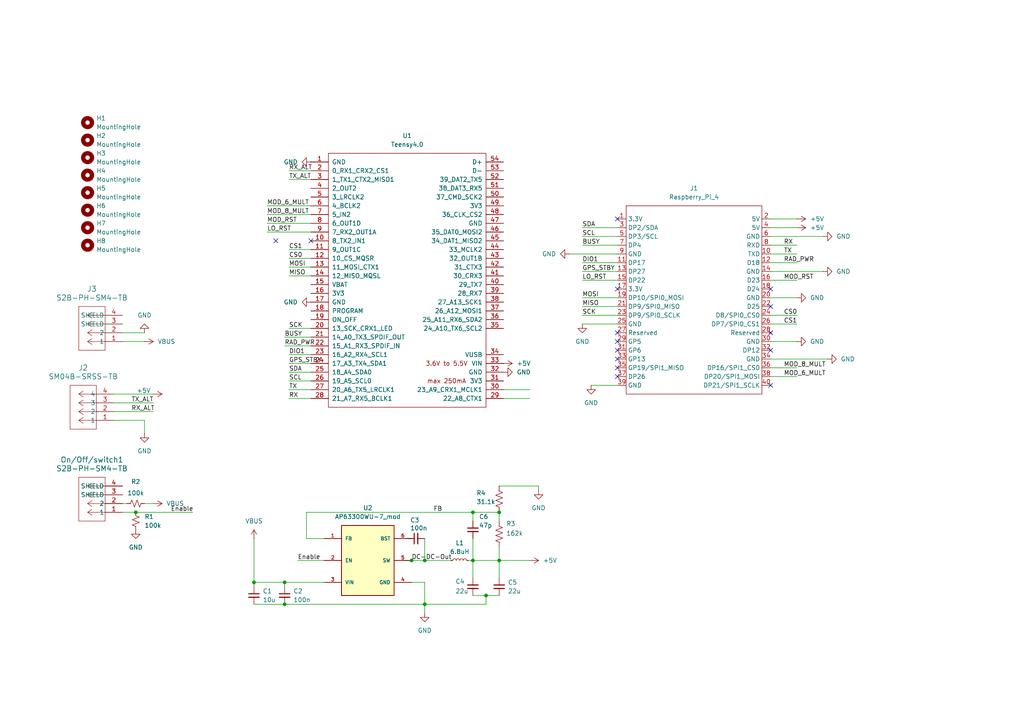
<source format=kicad_sch>
(kicad_sch (version 20231120) (generator "eeschema") (generator_version "8.0")
  (paper "A4")
  (lib_symbols
    (symbol "AP63300WU-7:AP63300WU-7_mod" (pin_names (offset 1.016))
      (property "Reference" "U4" (at 0 15.24 0))
      (property "Value" "AP63300WU-7_mod" (at 0 12.7 0))
      (symbol "AP63300WU-7_mod_0_0"
        (rectangle (start -7.62 -10.16) (end 7.62 10.16) (stroke (width 0.254)) (fill (type background)))
        (pin input line (at -12.7 6.35 0) (length 5.08) (name "FB") (number "1"))
        (pin input line (at -12.7 0 0) (length 5.08) (name "EN") (number "2"))
        (pin power_in line (at -12.7 -6.35 0) (length 5.08) (name "VIN") (number "3"))
        (pin power_in line (at 12.7 -6.35 180) (length 5.08) (name "GND") (number "4"))
        (pin output line (at 12.7 0 180) (length 5.08) (name "SW") (number "5"))
        (pin input line (at 12.7 6.35 180) (length 5.08) (name "BST") (number "6"))
      )
    )
    (symbol "Device:C_Small" (pin_numbers hide) (pin_names (offset 0.254) hide)
      (property "Reference" "C" (at 0.254 1.778 0))
      (property "Value" "C_Small" (at 0.254 -2.032 0))
      (symbol "C_Small_0_1"
        (polyline (pts (xy -1.524 -0.508) (xy 1.524 -0.508)) (stroke (width 0.3302)))
        (polyline (pts (xy -1.524 0.508) (xy 1.524 0.508)) (stroke (width 0.3048)))
      )
      (symbol "C_Small_1_1"
        (pin passive line (at 0 2.54 270) (length 2.032) (name "~") (number "1"))
        (pin passive line (at 0 -2.54 90) (length 2.032) (name "~") (number "2"))
      )
    )
    (symbol "Device:L_Small" (pin_numbers hide) (pin_names (offset 0.254) hide)
      (property "Reference" "L" (at 0.762 1.016 0))
      (property "Value" "L_Small" (at 0.762 -1.016 0))
      (symbol "L_Small_0_1"
        (arc (start 0 -2.032) (mid 0.5058 -1.524) (end 0 -1.016))
        (arc (start 0 -1.016) (mid 0.5058 -0.508) (end 0 0))
        (arc (start 0 0) (mid 0.5058 0.508) (end 0 1.016))
        (arc (start 0 1.016) (mid 0.5058 1.524) (end 0 2.032))
      )
      (symbol "L_Small_1_1"
        (pin passive line (at 0 2.54 270) (length 0.508) (name "~") (number "1"))
        (pin passive line (at 0 -2.54 90) (length 0.508) (name "~") (number "2"))
      )
    )
    (symbol "Device:R_Small_US" (pin_numbers hide) (pin_names (offset 0.254) hide)
      (property "Reference" "R" (at 0.762 0.508 0))
      (property "Value" "R_Small_US" (at 0.762 -1.016 0))
      (symbol "R_Small_US_1_1"
        (polyline (pts (xy 0 0) (xy 1.016 -0.381) (xy 0 -0.762) (xy -1.016 -1.143) (xy 0 -1.524)))
        (polyline (pts (xy 0 1.524) (xy 1.016 1.143) (xy 0 0.762) (xy -1.016 0.381) (xy 0 0)))
        (pin passive line (at 0 2.54 270) (length 1.016) (name "~") (number "1"))
        (pin passive line (at 0 -2.54 90) (length 1.016) (name "~") (number "2"))
      )
    )
    (symbol "Device:R_US" (pin_numbers hide) (pin_names (offset 0))
      (property "Reference" "R" (at 2.54 0 90))
      (property "Value" "R_US" (at -2.54 0 90))
      (symbol "R_US_0_1"
        (polyline (pts (xy 0 -2.286) (xy 0 -2.54)))
        (polyline (pts (xy 0 2.286) (xy 0 2.54)))
        (polyline (pts (xy 0 -0.762) (xy 1.016 -1.143) (xy 0 -1.524) (xy -1.016 -1.905) (xy 0 -2.286)))
        (polyline (pts (xy 0 0.762) (xy 1.016 0.381) (xy 0 0) (xy -1.016 -0.381) (xy 0 -0.762)))
        (polyline (pts (xy 0 2.286) (xy 1.016 1.905) (xy 0 1.524) (xy -1.016 1.143) (xy 0 0.762)))
      )
      (symbol "R_US_1_1"
        (pin passive line (at 0 3.81 270) (length 1.27) (name "~") (number "1"))
        (pin passive line (at 0 -3.81 90) (length 1.27) (name "~") (number "2"))
      )
    )
    (symbol "JST PH 2pin:S2B-PH-SM4-TB" (pin_names (offset 0.254))
      (property "Reference" "J" (at 8.89 6.35 0))
      (property "Value" "S2B-PH-SM4-TB" (at 0 0 0))
      (symbol "S2B-PH-SM4-TB_1_1"
        (polyline (pts (xy 5.08 -10.16) (xy 12.7 -10.16)) (stroke (width 0.127)))
        (polyline (pts (xy 5.08 2.54) (xy 5.08 -10.16)) (stroke (width 0.127)))
        (polyline (pts (xy 10.16 -7.62) (xy 5.08 -7.62)) (stroke (width 0.127)))
        (polyline (pts (xy 10.16 -7.62) (xy 8.89 -8.4667)) (stroke (width 0.127)))
        (polyline (pts (xy 10.16 -7.62) (xy 8.89 -6.7733)) (stroke (width 0.127)))
        (polyline (pts (xy 10.16 -5.08) (xy 5.08 -5.08)) (stroke (width 0.127)))
        (polyline (pts (xy 10.16 -5.08) (xy 8.89 -5.9267)) (stroke (width 0.127)))
        (polyline (pts (xy 10.16 -5.08) (xy 8.89 -4.2333)) (stroke (width 0.127)))
        (polyline (pts (xy 10.16 -2.54) (xy 5.08 -2.54)) (stroke (width 0.127)))
        (polyline (pts (xy 10.16 -2.54) (xy 8.89 -3.3867)) (stroke (width 0.127)))
        (polyline (pts (xy 10.16 -2.54) (xy 8.89 -1.6933)) (stroke (width 0.127)))
        (polyline (pts (xy 10.16 0) (xy 5.08 0)) (stroke (width 0.127)))
        (polyline (pts (xy 10.16 0) (xy 8.89 -0.8467)) (stroke (width 0.127)))
        (polyline (pts (xy 10.16 0) (xy 8.89 0.8467)) (stroke (width 0.127)))
        (polyline (pts (xy 12.7 -10.16) (xy 12.7 2.54)) (stroke (width 0.127)))
        (polyline (pts (xy 12.7 2.54) (xy 5.08 2.54)) (stroke (width 0.127)))
        (pin unspecified line (at 0 0 0) (length 5.08) (name "1") (number "1"))
        (pin unspecified line (at 0 -2.54 0) (length 5.08) (name "2") (number "2"))
        (pin unspecified line (at 0 -5.08 0) (length 5.08) (name "SHIELD") (number "3"))
        (pin unspecified line (at 0 -7.62 0) (length 5.08) (name "SHIELD") (number "4"))
      )
      (symbol "S2B-PH-SM4-TB_1_2"
        (polyline (pts (xy 5.08 -10.16) (xy 12.7 -10.16)) (stroke (width 0.127)))
        (polyline (pts (xy 5.08 2.54) (xy 5.08 -10.16)) (stroke (width 0.127)))
        (polyline (pts (xy 7.62 -7.62) (xy 5.08 -7.62)) (stroke (width 0.127)))
        (polyline (pts (xy 7.62 -7.62) (xy 8.89 -8.4667)) (stroke (width 0.127)))
        (polyline (pts (xy 7.62 -7.62) (xy 8.89 -6.7733)) (stroke (width 0.127)))
        (polyline (pts (xy 7.62 -5.08) (xy 5.08 -5.08)) (stroke (width 0.127)))
        (polyline (pts (xy 7.62 -5.08) (xy 8.89 -5.9267)) (stroke (width 0.127)))
        (polyline (pts (xy 7.62 -5.08) (xy 8.89 -4.2333)) (stroke (width 0.127)))
        (polyline (pts (xy 7.62 -2.54) (xy 5.08 -2.54)) (stroke (width 0.127)))
        (polyline (pts (xy 7.62 -2.54) (xy 8.89 -3.3867)) (stroke (width 0.127)))
        (polyline (pts (xy 7.62 -2.54) (xy 8.89 -1.6933)) (stroke (width 0.127)))
        (polyline (pts (xy 7.62 0) (xy 5.08 0)) (stroke (width 0.127)))
        (polyline (pts (xy 7.62 0) (xy 8.89 -0.8467)) (stroke (width 0.127)))
        (polyline (pts (xy 7.62 0) (xy 8.89 0.8467)) (stroke (width 0.127)))
        (polyline (pts (xy 12.7 -10.16) (xy 12.7 2.54)) (stroke (width 0.127)))
        (polyline (pts (xy 12.7 2.54) (xy 5.08 2.54)) (stroke (width 0.127)))
        (pin unspecified line (at 0 0 0) (length 5.08) (name "1") (number "1"))
        (pin unspecified line (at 0 -2.54 0) (length 5.08) (name "2") (number "2"))
        (pin unspecified line (at 0 -5.08 0) (length 5.08) (name "SHIELD") (number "3"))
        (pin unspecified line (at 0 -7.62 0) (length 5.08) (name "SHIELD") (number "4"))
      )
    )
    (symbol "JST SH 4pin:SM04B-SRSS-TB" (pin_names (offset 0.254))
      (property "Reference" "J" (at 8.89 6.35 0))
      (property "Value" "SM04B-SRSS-TB" (at 0 0 0))
      (symbol "SM04B-SRSS-TB_1_1"
        (polyline (pts (xy 5.08 -10.16) (xy 12.7 -10.16)) (stroke (width 0.127)))
        (polyline (pts (xy 5.08 2.54) (xy 5.08 -10.16)) (stroke (width 0.127)))
        (polyline (pts (xy 10.16 -7.62) (xy 5.08 -7.62)) (stroke (width 0.127)))
        (polyline (pts (xy 10.16 -7.62) (xy 8.89 -8.4667)) (stroke (width 0.127)))
        (polyline (pts (xy 10.16 -7.62) (xy 8.89 -6.7733)) (stroke (width 0.127)))
        (polyline (pts (xy 10.16 -5.08) (xy 5.08 -5.08)) (stroke (width 0.127)))
        (polyline (pts (xy 10.16 -5.08) (xy 8.89 -5.9267)) (stroke (width 0.127)))
        (polyline (pts (xy 10.16 -5.08) (xy 8.89 -4.2333)) (stroke (width 0.127)))
        (polyline (pts (xy 10.16 -2.54) (xy 5.08 -2.54)) (stroke (width 0.127)))
        (polyline (pts (xy 10.16 -2.54) (xy 8.89 -3.3867)) (stroke (width 0.127)))
        (polyline (pts (xy 10.16 -2.54) (xy 8.89 -1.6933)) (stroke (width 0.127)))
        (polyline (pts (xy 10.16 0) (xy 5.08 0)) (stroke (width 0.127)))
        (polyline (pts (xy 10.16 0) (xy 8.89 -0.8467)) (stroke (width 0.127)))
        (polyline (pts (xy 10.16 0) (xy 8.89 0.8467)) (stroke (width 0.127)))
        (polyline (pts (xy 12.7 -10.16) (xy 12.7 2.54)) (stroke (width 0.127)))
        (polyline (pts (xy 12.7 2.54) (xy 5.08 2.54)) (stroke (width 0.127)))
        (pin unspecified line (at 0 0 0) (length 5.08) (name "1") (number "1"))
        (pin unspecified line (at 0 -2.54 0) (length 5.08) (name "2") (number "2"))
        (pin unspecified line (at 0 -5.08 0) (length 5.08) (name "3") (number "3"))
        (pin unspecified line (at 0 -7.62 0) (length 5.08) (name "4") (number "4"))
      )
      (symbol "SM04B-SRSS-TB_1_2"
        (polyline (pts (xy 5.08 -10.16) (xy 12.7 -10.16)) (stroke (width 0.127)))
        (polyline (pts (xy 5.08 2.54) (xy 5.08 -10.16)) (stroke (width 0.127)))
        (polyline (pts (xy 7.62 -7.62) (xy 5.08 -7.62)) (stroke (width 0.127)))
        (polyline (pts (xy 7.62 -7.62) (xy 8.89 -8.4667)) (stroke (width 0.127)))
        (polyline (pts (xy 7.62 -7.62) (xy 8.89 -6.7733)) (stroke (width 0.127)))
        (polyline (pts (xy 7.62 -5.08) (xy 5.08 -5.08)) (stroke (width 0.127)))
        (polyline (pts (xy 7.62 -5.08) (xy 8.89 -5.9267)) (stroke (width 0.127)))
        (polyline (pts (xy 7.62 -5.08) (xy 8.89 -4.2333)) (stroke (width 0.127)))
        (polyline (pts (xy 7.62 -2.54) (xy 5.08 -2.54)) (stroke (width 0.127)))
        (polyline (pts (xy 7.62 -2.54) (xy 8.89 -3.3867)) (stroke (width 0.127)))
        (polyline (pts (xy 7.62 -2.54) (xy 8.89 -1.6933)) (stroke (width 0.127)))
        (polyline (pts (xy 7.62 0) (xy 5.08 0)) (stroke (width 0.127)))
        (polyline (pts (xy 7.62 0) (xy 8.89 -0.8467)) (stroke (width 0.127)))
        (polyline (pts (xy 7.62 0) (xy 8.89 0.8467)) (stroke (width 0.127)))
        (polyline (pts (xy 12.7 -10.16) (xy 12.7 2.54)) (stroke (width 0.127)))
        (polyline (pts (xy 12.7 2.54) (xy 5.08 2.54)) (stroke (width 0.127)))
        (pin unspecified line (at 0 0 0) (length 5.08) (name "1") (number "1"))
        (pin unspecified line (at 0 -2.54 0) (length 5.08) (name "2") (number "2"))
        (pin unspecified line (at 0 -5.08 0) (length 5.08) (name "3") (number "3"))
        (pin unspecified line (at 0 -7.62 0) (length 5.08) (name "4") (number "4"))
      )
    )
    (symbol "Mechanical:MountingHole" (pin_names (offset 1.016)) (exclude_from_sim yes) (in_bom no)
      (property "Reference" "H" (at 0 5.08 0))
      (property "Value" "MountingHole" (at 0 3.175 0))
      (symbol "MountingHole_0_1"
        (circle (center 0 0) (radius 1.27) (stroke (width 1.27)))
      )
    )
    (symbol "PI4:Raspberry_Pi_4_headers"
      (property "Reference" "J1" (at 0.635 34.29 0))
      (property "Value" "Raspberry_Pi_4" (at 0.635 31.75 0))
      (symbol "Raspberry_Pi_4_headers_0_1"
        (rectangle (start -19.05 29.21) (end 20.32 -25.4))
      )
      (symbol "Raspberry_Pi_4_headers_1_1"
        (pin power_in line (at -21.59 25.4 0) (length 2.54) (name "3.3V") (number "1"))
        (pin bidirectional line (at 22.86 15.24 180) (length 2.54) (name "TXD") (number "10"))
        (pin bidirectional line (at -21.59 12.7 0) (length 2.54) (name "DP17") (number "11"))
        (pin bidirectional line (at 22.86 12.7 180) (length 2.54) (name "D18") (number "12"))
        (pin bidirectional line (at -21.59 10.16 0) (length 2.54) (name "DP27") (number "13"))
        (pin power_in line (at 22.86 10.16 180) (length 2.54) (name "GND") (number "14"))
        (pin bidirectional line (at -21.59 7.62 0) (length 2.54) (name "DP22") (number "15"))
        (pin bidirectional line (at 22.86 7.62 180) (length 2.54) (name "D23") (number "16"))
        (pin power_in line (at -21.59 5.08 0) (length 2.54) (name "3.3V") (number "17"))
        (pin bidirectional line (at 22.86 5.08 180) (length 2.54) (name "D24") (number "18"))
        (pin bidirectional line (at -21.59 2.54 0) (length 2.54) (name "DP10/SPI0_MOSI") (number "19"))
        (pin power_in line (at 22.86 25.4 180) (length 2.54) (name "5V") (number "2"))
        (pin power_in line (at 22.86 2.54 180) (length 2.54) (name "GND") (number "20"))
        (pin bidirectional line (at -21.59 0 0) (length 2.54) (name "DP9/SPI0_MISO") (number "21"))
        (pin bidirectional line (at 22.86 0 180) (length 2.54) (name "D25") (number "22"))
        (pin bidirectional line (at -21.59 -2.54 0) (length 2.54) (name "DP9/SPI0_SCLK") (number "23"))
        (pin bidirectional line (at 22.86 -2.54 180) (length 2.54) (name "D8/SPI0_CS0") (number "24"))
        (pin power_in line (at -21.59 -5.08 0) (length 2.54) (name "GND") (number "25"))
        (pin bidirectional line (at 22.86 -5.08 180) (length 2.54) (name "DP7/SPI0_CS1") (number "26"))
        (pin bidirectional line (at -21.59 -7.62 0) (length 2.54) (name "Reserved") (number "27"))
        (pin no_connect line (at 22.86 -7.62 180) (length 2.54) (name "Reserved") (number "28"))
        (pin bidirectional line (at -21.59 -10.16 0) (length 2.54) (name "GP5") (number "29"))
        (pin bidirectional line (at -21.59 22.86 0) (length 2.54) (name "DP2/SDA") (number "3"))
        (pin power_in line (at 22.86 -10.16 180) (length 2.54) (name "GND") (number "30"))
        (pin bidirectional line (at -21.59 -12.7 0) (length 2.54) (name "GP6") (number "31"))
        (pin bidirectional line (at 22.86 -12.7 180) (length 2.54) (name "DP12") (number "32"))
        (pin bidirectional line (at -21.59 -15.24 0) (length 2.54) (name "GP13") (number "33"))
        (pin power_in line (at 22.86 -15.24 180) (length 2.54) (name "GND") (number "34"))
        (pin bidirectional line (at -21.59 -17.78 0) (length 2.54) (name "GP19/SPI1_MISO") (number "35"))
        (pin bidirectional line (at 22.86 -17.78 180) (length 2.54) (name "DP16/SPI1_CS0") (number "36"))
        (pin bidirectional line (at -21.59 -20.32 0) (length 2.54) (name "DP26") (number "37"))
        (pin bidirectional line (at 22.86 -20.32 180) (length 2.54) (name "DP20/SPI1_MOSI") (number "38"))
        (pin bidirectional line (at -21.59 -22.86 0) (length 2.54) (name "GND") (number "39"))
        (pin power_in line (at 22.86 22.86 180) (length 2.54) (name "5V") (number "4"))
        (pin bidirectional line (at 22.86 -22.86 180) (length 2.54) (name "DP21/SPI1_SCLK") (number "40"))
        (pin bidirectional line (at -21.59 20.32 0) (length 2.54) (name "DP3/SCL") (number "5"))
        (pin power_in line (at 22.86 20.32 180) (length 2.54) (name "GND") (number "6"))
        (pin bidirectional line (at -21.59 17.78 0) (length 2.54) (name "DP4") (number "7"))
        (pin bidirectional line (at 22.86 17.78 180) (length 2.54) (name "RXD") (number "8"))
        (pin power_in line (at -21.59 15.24 0) (length 2.54) (name "GND") (number "9"))
      )
    )
    (symbol "power:+5V" (power) (pin_numbers hide) (pin_names (offset 0) hide)
      (property "Value" "+5V" (at 0 3.556 0))
      (symbol "+5V_0_1"
        (polyline (pts (xy -0.762 1.27) (xy 0 2.54)))
        (polyline (pts (xy 0 0) (xy 0 2.54)))
        (polyline (pts (xy 0 2.54) (xy 0.762 1.27)))
      )
      (symbol "+5V_1_1"
        (pin power_in line (at 0 0 90) (length 0) (name "~") (number "1"))
      )
    )
    (symbol "power:GND" (power) (pin_numbers hide) (pin_names (offset 0) hide)
      (property "Value" "GND" (at 0 -3.81 0))
      (symbol "GND_0_1"
        (polyline (pts (xy 0 0) (xy 0 -1.27) (xy 1.27 -1.27) (xy 0 -2.54) (xy -1.27 -1.27) (xy 0 -1.27)))
      )
      (symbol "GND_1_1"
        (pin power_in line (at 0 0 270) (length 0) (name "~") (number "1"))
      )
    )
    (symbol "power:VBUS" (power) (pin_numbers hide) (pin_names (offset 0) hide)
      (property "Value" "VBUS" (at 0 3.556 0))
      (symbol "VBUS_0_1"
        (polyline (pts (xy -0.762 1.27) (xy 0 2.54)))
        (polyline (pts (xy 0 0) (xy 0 2.54)))
        (polyline (pts (xy 0 2.54) (xy 0.762 1.27)))
      )
      (symbol "VBUS_1_1"
        (pin power_in line (at 0 0 90) (length 0) (name "~") (number "1"))
      )
    )
    (symbol "teensy:Teensy4.0" (pin_names (offset 1.016))
      (property "Reference" "U" (at 0 39.37 0))
      (property "Value" "Teensy4.0" (at 0 -39.37 0))
      (symbol "Teensy4.0_0_0"
        (text "3.6V to 5.5V" (at 11.43 -24.13 0) (effects (font (size 1.27 1.27))))
        (text "max 250mA" (at 11.43 -29.21 0) (effects (font (size 1.27 1.27))))
        (pin bidirectional line (at -27.94 11.43 0) (length 5.08) (name "8_TX2_IN1") (number "10"))
        (pin bidirectional line (at -27.94 8.89 0) (length 5.08) (name "9_OUT1C") (number "11"))
        (pin bidirectional line (at -27.94 6.35 0) (length 5.08) (name "10_CS_MQSR") (number "12"))
        (pin bidirectional line (at -27.94 3.81 0) (length 5.08) (name "11_MOSI_CTX1") (number "13"))
        (pin bidirectional line (at -27.94 1.27 0) (length 5.08) (name "12_MISO_MQSL") (number "14"))
        (pin power_in line (at -27.94 -1.27 0) (length 5.08) (name "VBAT") (number "15"))
        (pin power_in line (at -27.94 -3.81 0) (length 5.08) (name "3V3") (number "16"))
        (pin power_in line (at -27.94 -6.35 0) (length 5.08) (name "GND") (number "17"))
        (pin input line (at -27.94 -8.89 0) (length 5.08) (name "PROGRAM") (number "18"))
        (pin input line (at -27.94 -11.43 0) (length 5.08) (name "ON_OFF") (number "19"))
        (pin bidirectional line (at -27.94 -13.97 0) (length 5.08) (name "13_SCK_CRX1_LED") (number "20"))
        (pin bidirectional line (at -27.94 -16.51 0) (length 5.08) (name "14_A0_TX3_SPDIF_OUT") (number "21"))
        (pin bidirectional line (at -27.94 -19.05 0) (length 5.08) (name "15_A1_RX3_SPDIF_IN") (number "22"))
        (pin bidirectional line (at -27.94 -21.59 0) (length 5.08) (name "16_A2_RX4_SCL1") (number "23"))
        (pin bidirectional line (at -27.94 -24.13 0) (length 5.08) (name "17_A3_TX4_SDA1") (number "24"))
        (pin bidirectional line (at -27.94 -26.67 0) (length 5.08) (name "18_A4_SDA0") (number "25"))
        (pin bidirectional line (at -27.94 -29.21 0) (length 5.08) (name "19_A5_SCL0") (number "26"))
        (pin bidirectional line (at -27.94 -31.75 0) (length 5.08) (name "20_A6_TX5_LRCLK1") (number "27"))
        (pin bidirectional line (at -27.94 -34.29 0) (length 5.08) (name "21_A7_RX5_BCLK1") (number "28"))
        (pin bidirectional line (at 27.94 -34.29 180) (length 5.08) (name "22_A8_CTX1") (number "29"))
        (pin bidirectional line (at 27.94 -31.75 180) (length 5.08) (name "23_A9_CRX1_MCLK1") (number "30"))
        (pin power_out line (at 27.94 -29.21 180) (length 5.08) (name "3V3") (number "31"))
        (pin power_in line (at 27.94 -26.67 180) (length 5.08) (name "GND") (number "32"))
        (pin power_in line (at 27.94 -24.13 180) (length 5.08) (name "VIN") (number "33"))
        (pin power_out line (at 27.94 -21.59 180) (length 5.08) (name "VUSB") (number "34"))
        (pin bidirectional line (at 27.94 -13.97 180) (length 5.08) (name "24_A10_TX6_SCL2") (number "35"))
        (pin bidirectional line (at 27.94 -11.43 180) (length 5.08) (name "25_A11_RX6_SDA2") (number "36"))
        (pin bidirectional line (at 27.94 -8.89 180) (length 5.08) (name "26_A12_MOSI1") (number "37"))
        (pin bidirectional line (at 27.94 -6.35 180) (length 5.08) (name "27_A13_SCK1") (number "38"))
        (pin bidirectional line (at 27.94 -3.81 180) (length 5.08) (name "28_RX7") (number "39"))
        (pin bidirectional line (at 27.94 -1.27 180) (length 5.08) (name "29_TX7") (number "40"))
        (pin bidirectional line (at 27.94 1.27 180) (length 5.08) (name "30_CRX3") (number "41"))
        (pin bidirectional line (at 27.94 3.81 180) (length 5.08) (name "31_CTX3") (number "42"))
        (pin bidirectional line (at 27.94 6.35 180) (length 5.08) (name "32_OUT1B") (number "43"))
        (pin bidirectional line (at 27.94 8.89 180) (length 5.08) (name "33_MCLK2") (number "44"))
        (pin bidirectional line (at 27.94 11.43 180) (length 5.08) (name "34_DAT1_MISO2") (number "45"))
        (pin bidirectional line (at 27.94 13.97 180) (length 5.08) (name "35_DAT0_MOSI2") (number "46"))
        (pin power_out line (at 27.94 16.51 180) (length 5.08) (name "GND") (number "47"))
        (pin bidirectional line (at 27.94 19.05 180) (length 5.08) (name "36_CLK_CS2") (number "48"))
        (pin power_out line (at 27.94 21.59 180) (length 5.08) (name "3V3") (number "49"))
        (pin bidirectional line (at -27.94 24.13 0) (length 5.08) (name "3_LRCLK2") (number "5"))
        (pin bidirectional line (at 27.94 24.13 180) (length 5.08) (name "37_CMD_SCK2") (number "50"))
        (pin bidirectional line (at 27.94 26.67 180) (length 5.08) (name "38_DAT3_RX5") (number "51"))
        (pin bidirectional line (at 27.94 29.21 180) (length 5.08) (name "39_DAT2_TX5") (number "52"))
        (pin bidirectional line (at 27.94 31.75 180) (length 5.08) (name "D-") (number "53"))
        (pin bidirectional line (at 27.94 34.29 180) (length 5.08) (name "D+") (number "54"))
        (pin bidirectional line (at -27.94 21.59 0) (length 5.08) (name "4_BCLK2") (number "6"))
        (pin bidirectional line (at -27.94 19.05 0) (length 5.08) (name "5_IN2") (number "7"))
        (pin bidirectional line (at -27.94 16.51 0) (length 5.08) (name "6_OUT1D") (number "8"))
        (pin bidirectional line (at -27.94 13.97 0) (length 5.08) (name "7_RX2_OUT1A") (number "9"))
      )
      (symbol "Teensy4.0_0_1"
        (rectangle (start -22.86 36.83) (end 22.86 -36.83))
        (rectangle (start -20.32 -31.75) (end -20.32 -31.75))
      )
      (symbol "Teensy4.0_1_1"
        (pin power_in line (at -27.94 34.29 0) (length 5.08) (name "GND") (number "1"))
        (pin bidirectional line (at -27.94 31.75 0) (length 5.08) (name "0_RX1_CRX2_CS1") (number "2"))
        (pin bidirectional line (at -27.94 29.21 0) (length 5.08) (name "1_TX1_CTX2_MISO1") (number "3"))
        (pin bidirectional line (at -27.94 26.67 0) (length 5.08) (name "2_OUT2") (number "4"))
      )
    )
  )
  (junction (at 82.55 175.26))
  (junction (at 144.78 148.59))
  (junction (at 123.19 175.26))
  (junction (at 137.16 148.59))
  (junction (at 82.55 168.91))
  (junction (at 73.66 168.91))
  (junction (at 39.37 148.59))
  (junction (at 137.16 162.56))
  (junction (at 140.97 172.72))
  (junction (at 119.38 162.56))
  (junction (at 123.19 162.56))
  (junction (at 144.78 162.56))
  (no_connect (at 179.07 63.5))
  (no_connect (at 179.07 96.52))
  (no_connect (at 179.07 104.14))
  (no_connect (at 90.17 69.85))
  (no_connect (at 179.07 106.68))
  (no_connect (at 223.52 96.52))
  (no_connect (at 179.07 109.22))
  (no_connect (at 223.52 101.6))
  (no_connect (at 179.07 83.82))
  (no_connect (at 223.52 83.82))
  (no_connect (at 223.52 88.9))
  (no_connect (at 179.07 99.06))
  (no_connect (at 223.52 111.76))
  (no_connect (at 179.07 101.6))
  (no_connect (at 80.01 69.85))
  (wire (pts (xy 83.82 77.47) (xy 90.17 77.47)))
  (wire (pts (xy 83.82 80.01) (xy 90.17 80.01)))
  (wire (pts (xy 123.19 168.91) (xy 119.38 168.91)))
  (wire (pts (xy 223.52 106.68) (xy 231.14 106.68)))
  (wire (pts (xy 123.19 175.26) (xy 123.19 168.91)))
  (wire (pts (xy 83.82 52.07) (xy 90.17 52.07)))
  (wire (pts (xy 168.91 91.44) (xy 179.07 91.44)))
  (wire (pts (xy 83.82 105.41) (xy 90.17 105.41)))
  (wire (pts (xy 35.56 96.52) (xy 41.91 96.52)))
  (wire (pts (xy 83.82 95.25) (xy 90.17 95.25)))
  (wire (pts (xy 223.52 86.36) (xy 231.14 86.36)))
  (wire (pts (xy 83.82 102.87) (xy 90.17 102.87)))
  (wire (pts (xy 223.52 91.44) (xy 231.14 91.44)))
  (wire (pts (xy 168.91 93.98) (xy 179.07 93.98)))
  (wire (pts (xy 168.91 66.04) (xy 179.07 66.04)))
  (wire (pts (xy 137.16 148.59) (xy 137.16 151.13)))
  (wire (pts (xy 144.78 162.56) (xy 153.67 162.56)))
  (wire (pts (xy 33.02 116.84) (xy 44.45 116.84)))
  (wire (pts (xy 33.02 114.3) (xy 44.45 114.3)))
  (wire (pts (xy 137.16 148.59) (xy 144.78 148.59)))
  (wire (pts (xy 77.47 67.31) (xy 90.17 67.31)))
  (wire (pts (xy 223.52 78.74) (xy 238.76 78.74)))
  (wire (pts (xy 223.52 109.22) (xy 231.14 109.22)))
  (wire (pts (xy 77.47 59.69) (xy 90.17 59.69)))
  (wire (pts (xy 83.82 49.53) (xy 90.17 49.53)))
  (wire (pts (xy 82.55 175.26) (xy 123.19 175.26)))
  (wire (pts (xy 223.52 68.58) (xy 238.76 68.58)))
  (wire (pts (xy 33.02 119.38) (xy 44.45 119.38)))
  (wire (pts (xy 146.05 115.57) (xy 153.67 115.57)))
  (wire (pts (xy 223.52 81.28) (xy 231.14 81.28)))
  (wire (pts (xy 82.55 100.33) (xy 90.17 100.33)))
  (wire (pts (xy 83.82 113.03) (xy 90.17 113.03)))
  (wire (pts (xy 77.47 62.23) (xy 90.17 62.23)))
  (wire (pts (xy 39.37 148.59) (xy 55.88 148.59)))
  (wire (pts (xy 168.91 78.74) (xy 179.07 78.74)))
  (wire (pts (xy 82.55 97.79) (xy 90.17 97.79)))
  (wire (pts (xy 73.66 168.91) (xy 73.66 170.18)))
  (wire (pts (xy 123.19 162.56) (xy 130.81 162.56)))
  (wire (pts (xy 83.82 74.93) (xy 90.17 74.93)))
  (wire (pts (xy 119.38 156.21) (xy 118.11 156.21)))
  (wire (pts (xy 144.78 162.56) (xy 144.78 167.64)))
  (wire (pts (xy 35.56 148.59) (xy 39.37 148.59)))
  (wire (pts (xy 140.97 172.72) (xy 144.78 172.72)))
  (wire (pts (xy 135.89 162.56) (xy 137.16 162.56)))
  (wire (pts (xy 123.19 175.26) (xy 140.97 175.26)))
  (wire (pts (xy 88.9 148.59) (xy 137.16 148.59)))
  (wire (pts (xy 83.82 115.57) (xy 90.17 115.57)))
  (wire (pts (xy 140.97 172.72) (xy 140.97 175.26)))
  (wire (pts (xy 73.66 168.91) (xy 82.55 168.91)))
  (wire (pts (xy 144.78 140.97) (xy 156.21 140.97)))
  (wire (pts (xy 168.91 88.9) (xy 179.07 88.9)))
  (wire (pts (xy 41.91 125.73) (xy 41.91 121.92)))
  (wire (pts (xy 223.52 63.5) (xy 231.14 63.5)))
  (wire (pts (xy 86.36 162.56) (xy 93.98 162.56)))
  (wire (pts (xy 168.91 71.12) (xy 179.07 71.12)))
  (wire (pts (xy 223.52 104.14) (xy 240.03 104.14)))
  (wire (pts (xy 223.52 66.04) (xy 231.14 66.04)))
  (wire (pts (xy 77.47 64.77) (xy 90.17 64.77)))
  (wire (pts (xy 82.55 168.91) (xy 82.55 170.18)))
  (wire (pts (xy 168.91 81.28) (xy 179.07 81.28)))
  (wire (pts (xy 123.19 175.26) (xy 123.19 177.8)))
  (wire (pts (xy 137.16 162.56) (xy 144.78 162.56)))
  (wire (pts (xy 156.21 140.97) (xy 156.21 142.24)))
  (wire (pts (xy 137.16 172.72) (xy 140.97 172.72)))
  (wire (pts (xy 168.91 76.2) (xy 179.07 76.2)))
  (wire (pts (xy 223.52 99.06) (xy 231.14 99.06)))
  (wire (pts (xy 73.66 156.21) (xy 73.66 168.91)))
  (wire (pts (xy 83.82 107.95) (xy 90.17 107.95)))
  (wire (pts (xy 83.82 110.49) (xy 90.17 110.49)))
  (wire (pts (xy 123.19 156.21) (xy 123.19 162.56)))
  (wire (pts (xy 137.16 167.64) (xy 137.16 162.56)))
  (wire (pts (xy 119.38 162.56) (xy 123.19 162.56)))
  (wire (pts (xy 116.84 162.56) (xy 119.38 162.56)))
  (wire (pts (xy 171.45 111.76) (xy 179.07 111.76)))
  (wire (pts (xy 223.52 71.12) (xy 231.14 71.12)))
  (wire (pts (xy 168.91 86.36) (xy 179.07 86.36)))
  (wire (pts (xy 223.52 73.66) (xy 231.14 73.66)))
  (wire (pts (xy 88.9 156.21) (xy 88.9 148.59)))
  (wire (pts (xy 83.82 72.39) (xy 90.17 72.39)))
  (wire (pts (xy 35.56 99.06) (xy 41.91 99.06)))
  (wire (pts (xy 146.05 113.03) (xy 153.67 113.03)))
  (wire (pts (xy 137.16 156.21) (xy 137.16 162.56)))
  (wire (pts (xy 144.78 158.75) (xy 144.78 162.56)))
  (wire (pts (xy 82.55 168.91) (xy 93.98 168.91)))
  (wire (pts (xy 144.78 148.59) (xy 144.78 151.13)))
  (wire (pts (xy 88.9 156.21) (xy 93.98 156.21)))
  (wire (pts (xy 165.1 73.66) (xy 179.07 73.66)))
  (wire (pts (xy 223.52 76.2) (xy 231.14 76.2)))
  (wire (pts (xy 168.91 68.58) (xy 179.07 68.58)))
  (wire (pts (xy 223.52 93.98) (xy 231.14 93.98)))
  (wire (pts (xy 73.66 175.26) (xy 82.55 175.26)))
  (wire (pts (xy 35.56 146.05) (xy 36.83 146.05)))
  (wire (pts (xy 33.02 121.92) (xy 41.91 121.92)))
  (wire (pts (xy 41.91 146.05) (xy 44.45 146.05)))
  (label "DC-DC-Out" (at 119.38 162.56 0))
  (label "SDA" (at 168.91 66.04 0))
  (label "MOD_6_MULT" (at 77.47 59.69 0))
  (label "CS0" (at 83.82 74.93 0))
  (label "CS1" (at 83.82 72.39 0))
  (label "LO_RST" (at 168.91 81.28 0))
  (label "MISO" (at 168.91 88.9 0))
  (label "MOSI" (at 168.91 86.36 0))
  (label "RAD_PWR" (at 227.33 76.2 0))
  (label "RAD_PWR" (at 82.55 100.33 0))
  (label "LO_RST" (at 77.47 67.31 0))
  (label "MOD_RST" (at 227.33 81.28 0))
  (label "RX_ALT" (at 83.82 49.53 0))
  (label "FB" (at 125.73 148.59 0))
  (label "DIO1" (at 168.91 76.2 0))
  (label "SCK" (at 83.82 95.25 0))
  (label "RX_ALT" (at 38.1 119.38 0))
  (label "GPS_STBY" (at 168.91 78.74 0))
  (label "MOD_8_MULT" (at 227.33 106.68 0))
  (label "TX_ALT" (at 83.82 52.07 0))
  (label "TX_ALT" (at 38.1 116.84 0))
  (label "SDA" (at 83.82 107.95 0))
  (label "SCK" (at 168.91 91.44 0))
  (label "SCL" (at 168.91 68.58 0))
  (label "MOSI" (at 83.82 77.47 0))
  (label "MISO" (at 83.82 80.01 0))
  (label "MOD_8_MULT" (at 77.47 62.23 0))
  (label "SCL" (at 83.82 110.49 0))
  (label "CS0" (at 227.33 91.44 0))
  (label "RX" (at 83.82 115.57 0))
  (label "Enable" (at 86.36 162.56 0))
  (label "MOD_6_MULT" (at 227.33 109.22 0))
  (label "TX" (at 83.82 113.03 0))
  (label "RX" (at 227.33 71.12 0))
  (label "CS1" (at 227.33 93.98 0))
  (label "MOD_RST" (at 77.47 64.77 0))
  (label "GPS_STBY" (at 83.82 105.41 0))
  (label "DIO1" (at 83.82 102.87 0))
  (label "BUSY" (at 168.91 71.12 0))
  (label "BUSY" (at 82.55 97.79 0))
  (label "Enable" (at 49.53 148.59 0))
  (label "TX" (at 227.33 73.66 0))
  (symbol (lib_id "power:+5V") (at 153.67 162.56 270) (unit 1)
    (property "Reference" "#PWR03" (effects (hide yes)))
    (property "Value" "+5V" (at 157.48 162.5599 90) (effects (justify left)))
    (property "Description" "Power symbol creates a global label with name \"+5V\"" (effects (hide yes)))
  )
  (symbol (lib_id "PI4:Raspberry_Pi_4_headers") (at 200.66 88.9 0) (unit 1)
    (property "Reference" "J1" (at 201.295 54.61 0))
    (property "Value" "Raspberry_Pi_4" (at 201.295 57.15 0))
    (property "Footprint" "TF:PinHeader_2x20_P2.54mm_Vertical_receiver" (effects (hide yes)))
    (property "Description" "expansion header for Raspberry Pi 4" (effects (hide yes)))
  )
  (symbol (lib_id "Device:R_Small_US") (at 39.37 146.05 90) (unit 1)
    (property "Reference" "R2" (at 39.37 139.7 90))
    (property "Value" "100k" (at 39.37 143.002 90))
    (property "Footprint" "Resistor_SMD:R_0402_1005Metric_Pad0.72x0.64mm_HandSolder" (effects (hide yes)))
    (property "Description" "Resistor, small US symbol" (effects (hide yes)))
  )
  (symbol (lib_id "JST PH 2pin:S2B-PH-SM4-TB") (at 35.56 99.06 180) (unit 1)
    (property "Reference" "J3" (at 26.67 83.82 0) (effects (font (size 1.524 1.524))))
    (property "Value" "S2B-PH-SM4-TB" (at 26.67 86.36 0) (effects (font (size 1.524 1.524))))
    (property "Footprint" "JST PH 2pin:CONN_S2B-PH-SM4-TB_JST" (effects (hide yes)))
    (property "Datasheet" "S2B-PH-SM4-TB" (effects (hide yes)))
  )
  (symbol (lib_id "power:GND") (at 168.91 93.98 0) (unit 1)
    (property "Reference" "#PWR05" (effects (hide yes)))
    (property "Value" "GND" (at 168.91 99.06 0))
    (property "Description" "Power symbol creates a global label with name \"GND\" , ground" (effects (hide yes)))
  )
  (symbol (lib_id "power:+5V") (at 231.14 66.04 270) (unit 1)
    (property "Reference" "#PWR011" (effects (hide yes)))
    (property "Value" "+5V" (at 234.95 66.0399 90) (effects (justify left)))
    (property "Description" "Power symbol creates a global label with name \"+5V\"" (effects (hide yes)))
  )
  (symbol (lib_id "power:+5V") (at 231.14 63.5 270) (unit 1)
    (property "Reference" "#PWR012" (effects (hide yes)))
    (property "Value" "+5V" (at 234.95 63.4999 90) (effects (justify left)))
    (property "Description" "Power symbol creates a global label with name \"+5V\"" (effects (hide yes)))
  )
  (symbol (lib_id "power:VBUS") (at 73.66 156.21 0) (unit 1)
    (property "Reference" "#PWR01" (effects (hide yes)))
    (property "Value" "VBUS" (at 73.66 151.13 0))
    (property "Description" "Power symbol creates a global label with name \"VBUS\"" (effects (hide yes)))
  )
  (symbol (lib_id "Device:R_US") (at 144.78 154.94 0) (unit 1)
    (property "Reference" "R3" (at 146.812 151.892 0) (effects (justify left)))
    (property "Value" "162k" (at 146.812 154.686 0) (effects (justify left)))
    (property "Footprint" "Resistor_SMD:R_0402_1005Metric_Pad0.72x0.64mm_HandSolder" (effects (hide yes)))
    (property "Description" "Resistor, US symbol" (effects (hide yes)))
  )
  (symbol (lib_id "teensy:Teensy4.0") (at 118.11 81.28 0) (unit 1)
    (property "Reference" "U1" (at 118.11 39.37 0))
    (property "Value" "Teensy4.0" (at 118.11 41.91 0))
    (property "Footprint" "teensy:Teensy40_receiver" (effects (hide yes)))
  )
  (symbol (lib_id "JST PH 2pin:S2B-PH-SM4-TB") (at 35.56 148.59 180) (unit 1)
    (property "Reference" "On/Off/switch1" (at 26.67 133.35 0) (effects (font (size 1.524 1.524))))
    (property "Value" "S2B-PH-SM4-TB" (at 26.67 135.89 0) (effects (font (size 1.524 1.524))))
    (property "Footprint" "JST PH 2pin:CONN_S2B-PH-SM4-TB_JST_no_circle" (effects (hide yes)))
    (property "Datasheet" "S2B-PH-SM4-TB" (effects (hide yes)))
  )
  (symbol (lib_id "Device:R_Small_US") (at 39.37 151.13 0) (unit 1)
    (property "Reference" "R1" (at 41.91 149.8599 0) (effects (justify left)))
    (property "Value" "100k" (at 41.91 152.3999 0) (effects (justify left)))
    (property "Footprint" "Resistor_SMD:R_0402_1005Metric_Pad0.72x0.64mm_HandSolder" (effects (hide yes)))
    (property "Description" "Resistor, small US symbol" (effects (hide yes)))
  )
  (symbol (lib_id "power:GND") (at 165.1 73.66 270) (unit 1)
    (property "Reference" "#PWR04" (effects (hide yes)))
    (property "Value" "GND" (at 161.29 73.6599 90) (effects (justify right)))
    (property "Description" "Power symbol creates a global label with name \"GND\" , ground" (effects (hide yes)))
  )
  (symbol (lib_id "power:GND") (at 90.17 46.99 270) (unit 1)
    (property "Reference" "#PWR016" (effects (hide yes)))
    (property "Value" "GND" (at 86.36 46.9899 90) (effects (justify right)))
    (property "Description" "Power symbol creates a global label with name \"GND\" , ground" (effects (hide yes)))
  )
  (symbol (lib_id "Mechanical:MountingHole") (at 25.4 45.72 0) (unit 1) (exclude_from_sim yes) (in_bom no)
    (property "Reference" "H3" (at 27.94 44.4499 0) (effects (justify left)))
    (property "Value" "MountingHole" (at 27.94 46.9899 0) (effects (justify left)))
    (property "Footprint" "TF:MountingHole_3mm_rec" (effects (hide yes)))
    (property "Description" "Mounting Hole without connection" (effects (hide yes)))
  )
  (symbol (lib_id "Device:L_Small") (at 133.35 162.56 90) (unit 1)
    (property "Reference" "L1" (at 133.35 157.48 90))
    (property "Value" "6.8uH" (at 133.35 160.02 90))
    (property "Footprint" "Bourns_induct:IND_SRP5050FA-5R6M_BRN_mod" (effects (hide yes)))
    (property "Description" "Inductor, small symbol" (effects (hide yes)))
    (property "Manufacturer_part_number" "74439325056" (effects (hide yes)))
    (property "MANUFACTURER" "Würth Elektronik" (effects (hide yes)))
    (property "Description_1" "Inductor" (effects (hide yes)))
  )
  (symbol (lib_id "Mechanical:MountingHole") (at 25.4 50.8 0) (unit 1) (exclude_from_sim yes) (in_bom no)
    (property "Reference" "H4" (at 27.94 49.5299 0) (effects (justify left)))
    (property "Value" "MountingHole" (at 27.94 52.0699 0) (effects (justify left)))
    (property "Footprint" "TF:MountingHole_3mm_rec" (effects (hide yes)))
    (property "Description" "Mounting Hole without connection" (effects (hide yes)))
  )
  (symbol (lib_id "Device:C_Small") (at 144.78 170.18 0) (unit 1)
    (property "Reference" "C5" (at 147.32 168.9162 0) (effects (justify left)))
    (property "Value" "22u" (at 147.32 171.4562 0) (effects (justify left)))
    (property "Footprint" "Capacitor_SMD:C_0402_1005Metric_Pad0.74x0.62mm_HandSolder" (effects (hide yes)))
    (property "Description" "Unpolarized capacitor, small symbol" (effects (hide yes)))
    (property "Manufacturer_part_number" "CL10A226MP8NUNE" (effects (hide yes)))
    (property "MANUFACTURER" "Samsung Electro-Mechanics" (effects (hide yes)))
    (property "Description_1" "Capacitor" (effects (hide yes)))
  )
  (symbol (lib_id "Mechanical:MountingHole") (at 25.4 55.88 0) (unit 1) (exclude_from_sim yes) (in_bom no)
    (property "Reference" "H5" (at 27.94 54.6099 0) (effects (justify left)))
    (property "Value" "MountingHole" (at 27.94 57.1499 0) (effects (justify left)))
    (property "Footprint" "TF:MountingHole_4mm_t4" (effects (hide yes)))
    (property "Description" "Mounting Hole without connection" (effects (hide yes)))
  )
  (symbol (lib_id "power:GND") (at 231.14 99.06 90) (unit 1)
    (property "Reference" "#PWR07" (effects (hide yes)))
    (property "Value" "GND" (at 234.95 99.0599 90) (effects (justify right)))
    (property "Description" "Power symbol creates a global label with name \"GND\" , ground" (effects (hide yes)))
  )
  (symbol (lib_id "power:GND") (at 41.91 125.73 0) (unit 1)
    (property "Reference" "#PWR018" (effects (hide yes)))
    (property "Value" "GND" (at 41.91 130.81 0))
    (property "Description" "Power symbol creates a global label with name \"GND\" , ground" (effects (hide yes)))
  )
  (symbol (lib_id "power:GND") (at 171.45 111.76 0) (unit 1)
    (property "Reference" "#PWR013" (effects (hide yes)))
    (property "Value" "GND" (at 171.45 116.84 0))
    (property "Description" "Power symbol creates a global label with name \"GND\" , ground" (effects (hide yes)))
  )
  (symbol (lib_id "power:+5V") (at 44.45 114.3 270) (unit 1)
    (property "Reference" "#PWR024" (effects (hide yes)))
    (property "Value" "+5V" (at 39.624 113.284 90) (effects (justify left)))
    (property "Description" "Power symbol creates a global label with name \"+5V\"" (effects (hide yes)))
  )
  (symbol (lib_id "Mechanical:MountingHole") (at 25.4 35.56 0) (unit 1) (exclude_from_sim yes) (in_bom no)
    (property "Reference" "H1" (at 27.94 34.2899 0) (effects (justify left)))
    (property "Value" "MountingHole" (at 27.94 36.8299 0) (effects (justify left)))
    (property "Footprint" "TF:MountingHole_3mm_rec" (effects (hide yes)))
    (property "Description" "Mounting Hole without connection" (effects (hide yes)))
  )
  (symbol (lib_id "Device:C_Small") (at 82.55 172.72 0) (unit 1)
    (property "Reference" "C2" (at 85.09 171.4562 0) (effects (justify left)))
    (property "Value" "100n" (at 85.09 173.9962 0) (effects (justify left)))
    (property "Footprint" "Capacitor_SMD:C_0402_1005Metric" (effects (hide yes)))
    (property "Description" "Unpolarized capacitor, small symbol" (effects (hide yes)))
    (property "Manufacturer_part_number" "GMK107BJ104KAHT" (effects (hide yes)))
    (property "MANUFACTURER" "Taiyo Yuden" (effects (hide yes)))
    (property "Description_1" "Capacitor" (effects (hide yes)))
  )
  (symbol (lib_id "power:GND") (at 238.76 68.58 90) (unit 1)
    (property "Reference" "#PWR010" (effects (hide yes)))
    (property "Value" "GND" (at 242.57 68.5799 90) (effects (justify right)))
    (property "Description" "Power symbol creates a global label with name \"GND\" , ground" (effects (hide yes)))
  )
  (symbol (lib_id "Device:C_Small") (at 120.65 156.21 90) (unit 1)
    (property "Reference" "C3" (at 121.666 150.876 90) (effects (justify left)))
    (property "Value" "100n" (at 123.952 153.162 90) (effects (justify left)))
    (property "Footprint" "Capacitor_SMD:C_0402_1005Metric" (effects (hide yes)))
    (property "Description" "Unpolarized capacitor, small symbol" (effects (hide yes)))
    (property "Manufacturer_part_number" "GMK107BJ104KAHT" (effects (hide yes)))
    (property "MANUFACTURER" "Taiyo Yuden" (effects (hide yes)))
    (property "Description_1" "Capacitor" (effects (hide yes)))
  )
  (symbol (lib_id "power:GND") (at 240.03 104.14 90) (unit 1)
    (property "Reference" "#PWR06" (effects (hide yes)))
    (property "Value" "GND" (at 243.84 104.1399 90) (effects (justify right)))
    (property "Description" "Power symbol creates a global label with name \"GND\" , ground" (effects (hide yes)))
  )
  (symbol (lib_id "Device:C_Small") (at 73.66 172.72 0) (unit 1)
    (property "Reference" "C1" (at 76.2 171.4562 0) (effects (justify left)))
    (property "Value" "10u" (at 76.2 173.9962 0) (effects (justify left)))
    (property "Footprint" "Capacitor_SMD:C_0603_1608Metric" (effects (hide yes)))
    (property "Description" "Unpolarized capacitor, small symbol" (effects (hide yes)))
    (property "Manufacturer_part_number" "GRT319R6YA106KE01D" (effects (hide yes)))
    (property "MANUFACTURER" "Murata Electronics" (effects (hide yes)))
    (property "Description_1" "Capacitor" (effects (hide yes)))
  )
  (symbol (lib_id "Mechanical:MountingHole") (at 25.4 66.04 0) (unit 1) (exclude_from_sim yes) (in_bom no)
    (property "Reference" "H7" (at 27.94 64.7699 0) (effects (justify left)))
    (property "Value" "MountingHole" (at 27.94 67.3099 0) (effects (justify left)))
    (property "Footprint" "TF:MountingHole_4mm_t4" (effects (hide yes)))
    (property "Description" "Mounting Hole without connection" (effects (hide yes)))
  )
  (symbol (lib_id "Mechanical:MountingHole") (at 25.4 60.96 0) (unit 1) (exclude_from_sim yes) (in_bom no)
    (property "Reference" "H6" (at 27.94 59.6899 0) (effects (justify left)))
    (property "Value" "MountingHole" (at 27.94 62.2299 0) (effects (justify left)))
    (property "Footprint" "TF:MountingHole_4mm_t4" (effects (hide yes)))
    (property "Description" "Mounting Hole without connection" (effects (hide yes)))
  )
  (symbol (lib_id "power:GND") (at 41.91 96.52 180) (unit 1)
    (property "Reference" "#PWR020" (effects (hide yes)))
    (property "Value" "GND" (at 41.91 91.44 0))
    (property "Description" "Power symbol creates a global label with name \"GND\" , ground" (effects (hide yes)))
  )
  (symbol (lib_id "power:+5V") (at 146.05 105.41 270) (unit 1)
    (property "Reference" "#PWR014" (effects (hide yes)))
    (property "Value" "+5V" (at 149.86 105.4099 90) (effects (justify left)))
    (property "Description" "Power symbol creates a global label with name \"+5V\"" (effects (hide yes)))
  )
  (symbol (lib_id "Mechanical:MountingHole") (at 25.4 71.12 0) (unit 1) (exclude_from_sim yes) (in_bom no)
    (property "Reference" "H8" (at 27.94 69.8499 0) (effects (justify left)))
    (property "Value" "MountingHole" (at 27.94 72.3899 0) (effects (justify left)))
    (property "Footprint" "TF:MountingHole_4mm_t4" (effects (hide yes)))
    (property "Description" "Mounting Hole without connection" (effects (hide yes)))
  )
  (symbol (lib_id "power:VBUS") (at 41.91 99.06 270) (unit 1)
    (property "Reference" "#PWR019" (effects (hide yes)))
    (property "Value" "VBUS" (at 45.72 99.0599 90) (effects (justify left)))
    (property "Description" "Power symbol creates a global label with name \"VBUS\"" (effects (hide yes)))
  )
  (symbol (lib_id "power:VBUS") (at 44.45 146.05 270) (unit 1)
    (property "Reference" "#PWR022" (effects (hide yes)))
    (property "Value" "VBUS" (at 48.26 146.0499 90) (effects (justify left)))
    (property "Description" "Power symbol creates a global label with name \"VBUS\"" (effects (hide yes)))
  )
  (symbol (lib_id "power:GND") (at 231.14 86.36 90) (unit 1)
    (property "Reference" "#PWR08" (effects (hide yes)))
    (property "Value" "GND" (at 234.95 86.3599 90) (effects (justify right)))
    (property "Description" "Power symbol creates a global label with name \"GND\" , ground" (effects (hide yes)))
  )
  (symbol (lib_id "Device:C_Small") (at 137.16 153.67 0) (unit 1)
    (property "Reference" "C6" (at 138.938 149.86 0) (effects (justify left)))
    (property "Value" "47p" (at 138.938 152.4 0) (effects (justify left)))
    (property "Footprint" "Capacitor_SMD:C_0402_1005Metric_Pad0.74x0.62mm_HandSolder" (effects (hide yes)))
    (property "Description" "Unpolarized capacitor, small symbol" (effects (hide yes)))
    (property "Manufacturer_part_number" "GMK107BJ104KAHT" (effects (hide yes)))
    (property "MANUFACTURER" "Taiyo Yuden" (effects (hide yes)))
    (property "Description_1" "Capacitor" (effects (hide yes)))
  )
  (symbol (lib_id "power:GND") (at 39.37 153.67 0) (unit 1)
    (property "Reference" "#PWR021" (effects (hide yes)))
    (property "Value" "GND" (at 39.37 158.75 0))
    (property "Description" "Power symbol creates a global label with name \"GND\" , ground" (effects (hide yes)))
  )
  (symbol (lib_id "AP63300WU-7:AP63300WU-7_mod") (at 106.68 162.56 0) (unit 1)
    (property "Reference" "U2" (at 106.68 147.32 0))
    (property "Value" "AP63300WU-7_mod" (at 106.68 149.86 0))
    (property "Footprint" "footprints:SOIC_05WU-7_DIO-L_mod" (effects (hide yes)))
    (property "Datasheet" "https://www.diodes.com/assets/Datasheets/AP63300-AP63301.pdf" (effects (hide yes)))
    (property "PARTREV" "2020-04-24" (effects (hide yes)))
    (property "MANUFACTURER" "DIODES" (effects (hide yes)))
    (property "MAXIMUM_PACKAGE_HEIGHT" "1.00mm" (effects (hide yes)))
    (property "STANDARD" "Manufacturer Recommendations" (effects (hide yes)))
  )
  (symbol (lib_id "power:GND") (at 156.21 142.24 0) (unit 1)
    (property "Reference" "#PWR023" (effects (hide yes)))
    (property "Value" "GND" (at 156.21 147.32 0))
    (property "Description" "Power symbol creates a global label with name \"GND\" , ground" (effects (hide yes)))
  )
  (symbol (lib_id "power:GND") (at 238.76 78.74 90) (unit 1)
    (property "Reference" "#PWR09" (effects (hide yes)))
    (property "Value" "GND" (at 242.57 78.7399 90) (effects (justify right)))
    (property "Description" "Power symbol creates a global label with name \"GND\" , ground" (effects (hide yes)))
  )
  (symbol (lib_id "Mechanical:MountingHole") (at 25.4 40.64 0) (unit 1) (exclude_from_sim yes) (in_bom no)
    (property "Reference" "H2" (at 27.94 39.3699 0) (effects (justify left)))
    (property "Value" "MountingHole" (at 27.94 41.9099 0) (effects (justify left)))
    (property "Footprint" "TF:MountingHole_3mm_rec" (effects (hide yes)))
    (property "Description" "Mounting Hole without connection" (effects (hide yes)))
  )
  (symbol (lib_id "JST SH 4pin:SM04B-SRSS-TB") (at 33.02 121.92 180) (unit 1)
    (property "Reference" "J2" (at 24.13 106.68 0) (effects (font (size 1.524 1.524))))
    (property "Value" "SM04B-SRSS-TB" (at 24.13 109.22 0) (effects (font (size 1.524 1.524))))
    (property "Footprint" "JST SH 4pin:CONN_SM04B-SRSS-TB_JST" (effects (hide yes)))
    (property "Datasheet" "SM04B-SRSS-TB" (effects (hide yes)))
  )
  (symbol (lib_id "power:GND") (at 146.05 107.95 90) (unit 1)
    (property "Reference" "#PWR015" (effects (hide yes)))
    (property "Value" "GND" (at 149.86 107.9499 90) (effects (justify right)))
    (property "Description" "Power symbol creates a global label with name \"GND\" , ground" (effects (hide yes)))
  )
  (symbol (lib_id "Device:C_Small") (at 137.16 170.18 0) (unit 1)
    (property "Reference" "C4" (at 132.08 168.656 0) (effects (justify left)))
    (property "Value" "22u" (at 132.08 171.45 0) (effects (justify left)))
    (property "Footprint" "Capacitor_SMD:C_0402_1005Metric_Pad0.74x0.62mm_HandSolder" (effects (hide yes)))
    (property "Description" "Unpolarized capacitor, small symbol" (effects (hide yes)))
    (property "Manufacturer_part_number" "CL10A226MP8NUNE" (effects (hide yes)))
    (property "MANUFACTURER" "Samsung Electro-Mechanics" (effects (hide yes)))
    (property "Description_1" "Capacitor" (effects (hide yes)))
  )
  (symbol (lib_id "Device:R_US") (at 144.78 144.78 180) (unit 1)
    (property "Reference" "R4" (at 138.176 143.002 0) (effects (justify right)))
    (property "Value" "31.1k" (at 138.176 145.542 0) (effects (justify right)))
    (property "Footprint" "Resistor_SMD:R_0402_1005Metric" (effects (hide yes)))
    (property "Description" "Resistor, US symbol" (effects (hide yes)))
  )
  (symbol (lib_id "power:GND") (at 123.19 177.8 0) (unit 1)
    (property "Reference" "#PWR02" (effects (hide yes)))
    (property "Value" "GND" (at 123.19 182.88 0))
    (property "Description" "Power symbol creates a global label with name \"GND\" , ground" (effects (hide yes)))
  )
  (symbol (lib_id "power:GND") (at 90.17 87.63 270) (unit 1)
    (property "Reference" "#PWR017" (effects (hide yes)))
    (property "Value" "GND" (at 86.36 87.6299 90) (effects (justify right)))
    (property "Description" "Power symbol creates a global label with name \"GND\" , ground" (effects (hide yes)))
  )
)
</source>
